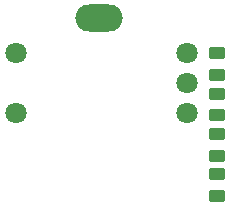
<source format=gtp>
G04 #@! TF.GenerationSoftware,KiCad,Pcbnew,(6.0.5)*
G04 #@! TF.CreationDate,2022-06-26T21:28:20+02:00*
G04 #@! TF.ProjectId,5x5x2-part1,35783578-322d-4706-9172-74312e6b6963,rev?*
G04 #@! TF.SameCoordinates,Original*
G04 #@! TF.FileFunction,Paste,Top*
G04 #@! TF.FilePolarity,Positive*
%FSLAX46Y46*%
G04 Gerber Fmt 4.6, Leading zero omitted, Abs format (unit mm)*
G04 Created by KiCad (PCBNEW (6.0.5)) date 2022-06-26 21:28:20*
%MOMM*%
%LPD*%
G01*
G04 APERTURE LIST*
G04 Aperture macros list*
%AMRoundRect*
0 Rectangle with rounded corners*
0 $1 Rounding radius*
0 $2 $3 $4 $5 $6 $7 $8 $9 X,Y pos of 4 corners*
0 Add a 4 corners polygon primitive as box body*
4,1,4,$2,$3,$4,$5,$6,$7,$8,$9,$2,$3,0*
0 Add four circle primitives for the rounded corners*
1,1,$1+$1,$2,$3*
1,1,$1+$1,$4,$5*
1,1,$1+$1,$6,$7*
1,1,$1+$1,$8,$9*
0 Add four rect primitives between the rounded corners*
20,1,$1+$1,$2,$3,$4,$5,0*
20,1,$1+$1,$4,$5,$6,$7,0*
20,1,$1+$1,$6,$7,$8,$9,0*
20,1,$1+$1,$8,$9,$2,$3,0*%
G04 Aperture macros list end*
%ADD10RoundRect,0.250000X-0.450000X0.262500X-0.450000X-0.262500X0.450000X-0.262500X0.450000X0.262500X0*%
%ADD11RoundRect,0.250000X0.450000X-0.262500X0.450000X0.262500X-0.450000X0.262500X-0.450000X-0.262500X0*%
%ADD12O,4.000000X2.300000*%
%ADD13C,1.800000*%
G04 APERTURE END LIST*
D10*
X133750000Y-50925000D03*
X133750000Y-52750000D03*
D11*
X133750000Y-49325000D03*
X133750000Y-47500000D03*
X133750000Y-59575000D03*
X133750000Y-57750000D03*
X133750000Y-56162500D03*
X133750000Y-54337500D03*
D12*
X123750000Y-44500000D03*
D13*
X131250000Y-52540000D03*
X131250000Y-47460000D03*
X131250000Y-50000000D03*
X116750000Y-47460000D03*
X116750000Y-52540000D03*
M02*

</source>
